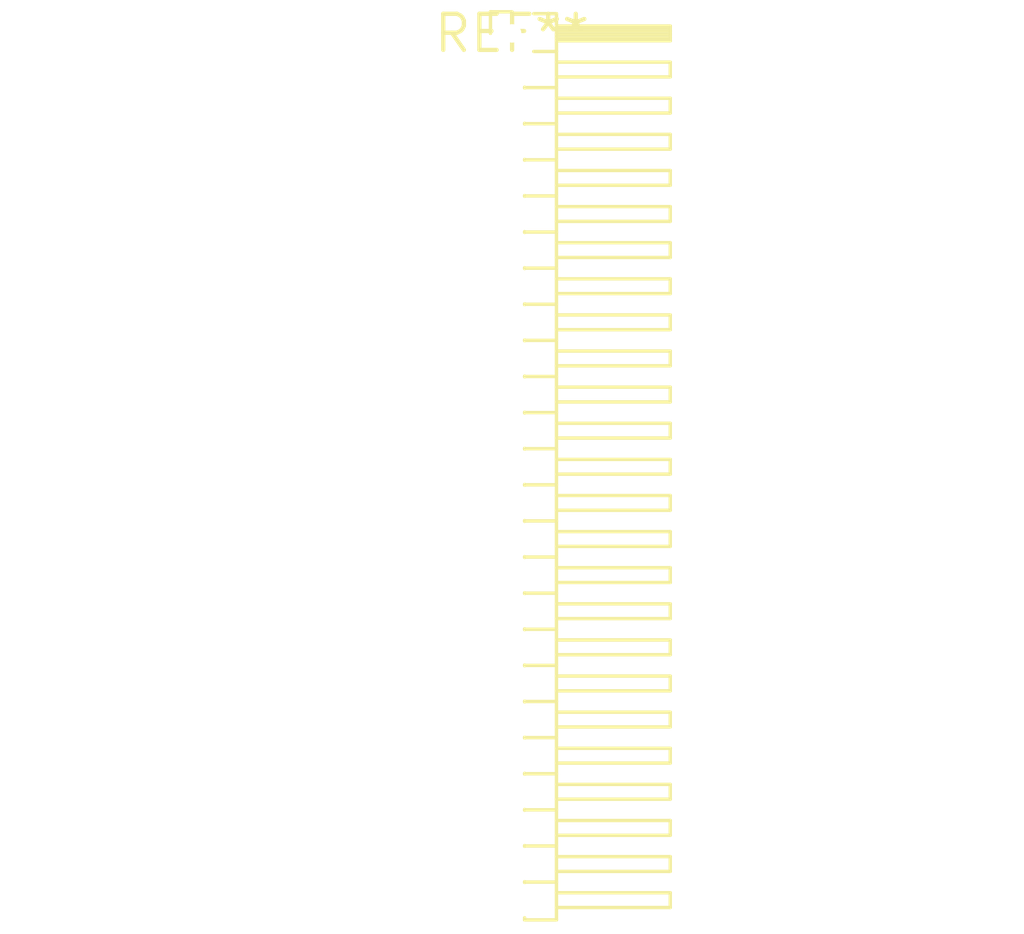
<source format=kicad_pcb>
(kicad_pcb (version 20240108) (generator pcbnew)
  (layers (0 "F.Cu" signal) (31 "B.Cu" signal) (34 "B.Paste" user) (35 "F.Paste" user) (36 "B.SilkS" user "B.Silkscreen") (37 "F.SilkS" user "F.Silkscreen") (38 "B.Mask" user) (39 "F.Mask" user) (44 "Edge.Cuts" user))
  (net 0 "")
  (footprint "PinHeader_1x25_P1.27mm_Horizontal" (layer "F.Cu") (at 0 0)
    (property "Reference" "REF**")
    (property "Value" "PinHeader_1x25_P1.27mm_Horizontal")
    (fp_line (start -0.76 -0.76) (end 0 -0.76) (layer "F.SilkS") (stroke (width 0.12)))
    (fp_line (start -0.76 0) (end -0.76 -0.76) (layer "F.SilkS") (stroke (width 0.12)))
    (fp_line (start 0.44 1.889677) (end 0.44 1.920323) (layer "F.SilkS") (stroke (width 0.12)))
    (fp_line (start 0.44 1.905) (end 1.56 1.905) (layer "F.SilkS") (stroke (width 0.12)))
    (fp_line (start 0.44 3.159677) (end 0.44 3.190323) (layer "F.SilkS") (stroke (width 0.12)))
    (fp_line (start 0.44 3.175) (end 1.56 3.175) (layer "F.SilkS") (stroke (width 0.12)))
    (fp_line (start 0.44 4.429677) (end 0.44 4.460323) (layer "F.SilkS") (stroke (width 0.12)))
    (fp_line (start 0.44 4.445) (end 1.56 4.445) (layer "F.SilkS") (stroke (width 0.12)))
    (fp_line (start 0.44 5.699677) (end 0.44 5.730323) (layer "F.SilkS") (stroke (width 0.12)))
    (fp_line (start 0.44 5.715) (end 1.56 5.715) (layer "F.SilkS") (stroke (width 0.12)))
    (fp_line (start 0.44 6.969677) (end 0.44 7.000323) (layer "F.SilkS") (stroke (width 0.12)))
    (fp_line (start 0.44 6.985) (end 1.56 6.985) (layer "F.SilkS") (stroke (width 0.12)))
    (fp_line (start 0.44 8.239677) (end 0.44 8.270323) (layer "F.SilkS") (stroke (width 0.12)))
    (fp_line (start 0.44 8.255) (end 1.56 8.255) (layer "F.SilkS") (stroke (width 0.12)))
    (fp_line (start 0.44 9.509677) (end 0.44 9.540323) (layer "F.SilkS") (stroke (width 0.12)))
    (fp_line (start 0.44 9.525) (end 1.56 9.525) (layer "F.SilkS") (stroke (width 0.12)))
    (fp_line (start 0.44 10.779677) (end 0.44 10.810323) (layer "F.SilkS") (stroke (width 0.12)))
    (fp_line (start 0.44 10.795) (end 1.56 10.795) (layer "F.SilkS") (stroke (width 0.12)))
    (fp_line (start 0.44 12.049677) (end 0.44 12.080323) (layer "F.SilkS") (stroke (width 0.12)))
    (fp_line (start 0.44 12.065) (end 1.56 12.065) (layer "F.SilkS") (stroke (width 0.12)))
    (fp_line (start 0.44 13.319677) (end 0.44 13.350323) (layer "F.SilkS") (stroke (width 0.12)))
    (fp_line (start 0.44 13.335) (end 1.56 13.335) (layer "F.SilkS") (stroke (width 0.12)))
    (fp_line (start 0.44 14.589677) (end 0.44 14.620323) (layer "F.SilkS") (stroke (width 0.12)))
    (fp_line (start 0.44 14.605) (end 1.56 14.605) (layer "F.SilkS") (stroke (width 0.12)))
    (fp_line (start 0.44 15.859677) (end 0.44 15.890323) (layer "F.SilkS") (stroke (width 0.12)))
    (fp_line (start 0.44 15.875) (end 1.56 15.875) (layer "F.SilkS") (stroke (width 0.12)))
    (fp_line (start 0.44 17.129677) (end 0.44 17.160323) (layer "F.SilkS") (stroke (width 0.12)))
    (fp_line (start 0.44 17.145) (end 1.56 17.145) (layer "F.SilkS") (stroke (width 0.12)))
    (fp_line (start 0.44 18.399677) (end 0.44 18.430323) (layer "F.SilkS") (stroke (width 0.12)))
    (fp_line (start 0.44 18.415) (end 1.56 18.415) (layer "F.SilkS") (stroke (width 0.12)))
    (fp_line (start 0.44 19.669677) (end 0.44 19.700323) (layer "F.SilkS") (stroke (width 0.12)))
    (fp_line (start 0.44 19.685) (end 1.56 19.685) (layer "F.SilkS") (stroke (width 0.12)))
    (fp_line (start 0.44 20.939677) (end 0.44 20.970323) (layer "F.SilkS") (stroke (width 0.12)))
    (fp_line (start 0.44 20.955) (end 1.56 20.955) (layer "F.SilkS") (stroke (width 0.12)))
    (fp_line (start 0.44 22.209677) (end 0.44 22.240323) (layer "F.SilkS") (stroke (width 0.12)))
    (fp_line (start 0.44 22.225) (end 1.56 22.225) (layer "F.SilkS") (stroke (width 0.12)))
    (fp_line (start 0.44 23.479677) (end 0.44 23.510323) (layer "F.SilkS") (stroke (width 0.12)))
    (fp_line (start 0.44 23.495) (end 1.56 23.495) (layer "F.SilkS") (stroke (width 0.12)))
    (fp_line (start 0.44 24.749677) (end 0.44 24.780323) (layer "F.SilkS") (stroke (width 0.12)))
    (fp_line (start 0.44 24.765) (end 1.56 24.765) (layer "F.SilkS") (stroke (width 0.12)))
    (fp_line (start 0.44 26.019677) (end 0.44 26.050323) (layer "F.SilkS") (stroke (width 0.12)))
    (fp_line (start 0.44 26.035) (end 1.56 26.035) (layer "F.SilkS") (stroke (width 0.12)))
    (fp_line (start 0.44 27.289677) (end 0.44 27.320323) (layer "F.SilkS") (stroke (width 0.12)))
    (fp_line (start 0.44 27.305) (end 1.56 27.305) (layer "F.SilkS") (stroke (width 0.12)))
    (fp_line (start 0.44 28.559677) (end 0.44 28.590323) (layer "F.SilkS") (stroke (width 0.12)))
    (fp_line (start 0.44 28.575) (end 1.56 28.575) (layer "F.SilkS") (stroke (width 0.12)))
    (fp_line (start 0.44 29.829677) (end 0.44 29.860323) (layer "F.SilkS") (stroke (width 0.12)))
    (fp_line (start 0.44 29.845) (end 1.56 29.845) (layer "F.SilkS") (stroke (width 0.12)))
    (fp_line (start 0.44 31.175) (end 0.44 31.099677) (layer "F.SilkS") (stroke (width 0.12)))
    (fp_line (start 0.76 -0.695) (end 1.56 -0.695) (layer "F.SilkS") (stroke (width 0.12)))
    (fp_line (start 0.76 0.635) (end 1.56 0.635) (layer "F.SilkS") (stroke (width 0.12)))
    (fp_line (start 1.56 -0.695) (end 1.56 31.175) (layer "F.SilkS") (stroke (width 0.12)))
    (fp_line (start 1.56 -0.26) (end 5.56 -0.26) (layer "F.SilkS") (stroke (width 0.12)))
    (fp_line (start 1.56 -0.2) (end 5.56 -0.2) (layer "F.SilkS") (stroke (width 0.12)))
    (fp_line (start 1.56 -0.08) (end 5.56 -0.08) (layer "F.SilkS") (stroke (width 0.12)))
    (fp_line (start 1.56 0.04) (end 5.56 0.04) (layer "F.SilkS") (stroke (width 0.12)))
    (fp_line (start 1.56 0.16) (end 5.56 0.16) (layer "F.SilkS") (stroke (width 0.12)))
    (fp_line (start 1.56 1.01) (end 5.56 1.01) (layer "F.SilkS") (stroke (width 0.12)))
    (fp_line (start 1.56 2.28) (end 5.56 2.28) (layer "F.SilkS") (stroke (width 0.12)))
    (fp_line (start 1.56 3.55) (end 5.56 3.55) (layer "F.SilkS") (stroke (width 0.12)))
    (fp_line (start 1.56 4.82) (end 5.56 4.82) (layer "F.SilkS") (stroke (width 0.12)))
    (fp_line (start 1.56 6.09) (end 5.56 6.09) (layer "F.SilkS") (stroke (width 0.12)))
    (fp_line (start 1.56 7.36) (end 5.56 7.36) (layer "F.SilkS") (stroke (width 0.12)))
    (fp_line (start 1.56 8.63) (end 5.56 8.63) (layer "F.SilkS") (stroke (width 0.12)))
    (fp_line (start 1.56 9.9) (end 5.56 9.9) (layer "F.SilkS") (stroke (width 0.12)))
    (fp_line (start 1.56 11.17) (end 5.56 11.17) (layer "F.SilkS") (stroke (width 0.12)))
    (fp_line (start 1.56 12.44) (end 5.56 12.44) (layer "F.SilkS") (stroke (width 0.12)))
    (fp_line (start 1.56 13.71) (end 5.56 13.71) (layer "F.SilkS") (stroke (width 0.12)))
    (fp_line (start 1.56 14.98) (end 5.56 14.98) (layer "F.SilkS") (stroke (width 0.12)))
    (fp_line (start 1.56 16.25) (end 5.56 16.25) (layer "F.SilkS") (stroke (width 0.12)))
    (fp_line (start 1.56 17.52) (end 5.56 17.52) (layer "F.SilkS") (stroke (width 0.12)))
    (fp_line (start 1.56 18.79) (end 5.56 18.79) (layer "F.SilkS") (stroke (width 0.12)))
    (fp_line (start 1.56 20.06) (end 5.56 20.06) (layer "F.SilkS") (stroke (width 0.12)))
    (fp_line (start 1.56 21.33) (end 5.56 21.33) (layer "F.SilkS") (stroke (width 0.12)))
    (fp_line (start 1.56 22.6) (end 5.56 22.6) (layer "F.SilkS") (stroke (width 0.12)))
    (fp_line (start 1.56 23.87) (end 5.56 23.87) (layer "F.SilkS") (stroke (width 0.12)))
    (fp_line (start 1.56 25.14) (end 5.56 25.14) (layer "F.SilkS") (stroke (width 0.12)))
    (fp_line (start 1.56 26.41) (end 5.56 26.41) (layer "F.SilkS") (stroke (width 0.12)))
    (fp_line (start 1.56 27.68) (end 5.56 27.68) (layer "F.SilkS") (stroke (width 0.12)))
    (fp_line (start 1.56 28.95) (end 5.56 28.95) (layer "F.SilkS") (stroke (width 0.12)))
    (fp_line (start 1.56 30.22) (end 5.56 30.22) (layer "F.SilkS") (stroke (width 0.12)))
    (fp_line (start 1.56 31.175) (end 0.44 31.175) (layer "F.SilkS") (stroke (width 0.12)))
    (fp_line (start 5.56 -0.26) (end 5.56 0.26) (layer "F.SilkS") (stroke (width 0.12)))
    (fp_line (start 5.56 0.26) (end 1.56 0.26) (layer "F.SilkS") (stroke (width 0.12)))
    (fp_line (start 5.56 1.01) (end 5.56 1.53) (layer "F.SilkS") (stroke (width 0.12)))
    (fp_line (start 5.56 1.53) (end 1.56 1.53) (layer "F.SilkS") (stroke (width 0.12)))
    (fp_line (start 5.56 2.28) (end 5.56 2.8) (layer "F.SilkS") (stroke (width 0.12)))
    (fp_line (start 5.56 2.8) (end 1.56 2.8) (layer "F.SilkS") (stroke (width 0.12)))
    (fp_line (start 5.56 3.55) (end 5.56 4.07) (layer "F.SilkS") (stroke (width 0.12)))
    (fp_line (start 5.56 4.07) (end 1.56 4.07) (layer "F.SilkS") (stroke (width 0.12)))
    (fp_line (start 5.56 4.82) (end 5.56 5.34) (layer "F.SilkS") (stroke (width 0.12)))
    (fp_line (start 5.56 5.34) (end 1.56 5.34) (layer "F.SilkS") (stroke (width 0.12)))
    (fp_line (start 5.56 6.09) (end 5.56 6.61) (layer "F.SilkS") (stroke (width 0.12)))
    (fp_line (start 5.56 6.61) (end 1.56 6.61) (layer "F.SilkS") (stroke (width 0.12)))
    (fp_line (start 5.56 7.36) (end 5.56 7.88) (layer "F.SilkS") (stroke (width 0.12)))
    (fp_line (start 5.56 7.88) (end 1.56 7.88) (layer "F.SilkS") (stroke (width 0.12)))
    (fp_line (start 5.56 8.63) (end 5.56 9.15) (layer "F.SilkS") (stroke (width 0.12)))
    (fp_line (start 5.56 9.15) (end 1.56 9.15) (layer "F.SilkS") (stroke (width 0.12)))
    (fp_line (start 5.56 9.9) (end 5.56 10.42) (layer "F.SilkS") (stroke (width 0.12)))
    (fp_line (start 5.56 10.42) (end 1.56 10.42) (layer "F.SilkS") (stroke (width 0.12)))
    (fp_line (start 5.56 11.17) (end 5.56 11.69) (layer "F.SilkS") (stroke (width 0.12)))
    (fp_line (start 5.56 11.69) (end 1.56 11.69) (layer "F.SilkS") (stroke (width 0.12)))
    (fp_line (start 5.56 12.44) (end 5.56 12.96) (layer "F.SilkS") (stroke (width 0.12)))
    (fp_line (start 5.56 12.96) (end 1.56 12.96) (layer "F.SilkS") (stroke (width 0.12)))
    (fp_line (start 5.56 13.71) (end 5.56 14.23) (layer "F.SilkS") (stroke (width 0.12)))
    (fp_line (start 5.56 14.23) (end 1.56 14.23) (layer "F.SilkS") (stroke (width 0.12)))
    (fp_line (start 5.56 14.98) (end 5.56 15.5) (layer "F.SilkS") (stroke (width 0.12)))
    (fp_line (start 5.56 15.5) (end 1.56 15.5) (layer "F.SilkS") (stroke (width 0.12)))
    (fp_line (start 5.56 16.25) (end 5.56 16.77) (layer "F.SilkS") (stroke (width 0.12)))
    (fp_line (start 5.56 16.77) (end 1.56 16.77) (layer "F.SilkS") (stroke (width 0.12)))
    (fp_line (start 5.56 17.52) (end 5.56 18.04) (layer "F.SilkS") (stroke (width 0.12)))
    (fp_line (start 5.56 18.04) (end 1.56 18.04) (layer "F.SilkS") (stroke (width 0.12)))
    (fp_line (start 5.56 18.79) (end 5.56 19.31) (layer "F.SilkS") (stroke (width 0.12)))
    (fp_line (start 5.56 19.31) (end 1.56 19.31) (layer "F.SilkS") (stroke (width 0.12)))
    (fp_line (start 5.56 20.06) (end 5.56 20.58) (layer "F.SilkS") (stroke (width 0.12)))
    (fp_line (start 5.56 20.58) (end 1.56 20.58) (layer "F.SilkS") (stroke (width 0.12)))
    (fp_line (start 5.56 21.33) (end 5.56 21.85) (layer "F.SilkS") (stroke (width 0.12)))
    (fp_line (start 5.56 21.85) (end 1.56 21.85) (layer "F.SilkS") (stroke (width 0.12)))
    (fp_line (start 5.56 22.6) (end 5.56 23.12) (layer "F.SilkS") (stroke (width 0.12)))
    (fp_line (start 5.56 23.12) (end 1.56 23.12) (layer "F.SilkS") (stroke (width 0.12)))
    (fp_line (start 5.56 23.87) (end 5.56 24.39) (layer "F.SilkS") (stroke (width 0.12)))
    (fp_line (start 5.56 24.39) (end 1.56 24.39) (layer "F.SilkS") (stroke (width 0.12)))
    (fp_line (start 5.56 25.14) (end 5.56 25.66) (layer "F.SilkS") (stroke (width 0.12)))
    (fp_line (start 5.56 25.66) (end 1.56 25.66) (layer "F.SilkS") (stroke (width 0.12)))
    (fp_line (start 5.56 26.41) (end 5.56 26.93) (layer "F.SilkS") (stroke (width 0.12)))
    (fp_line (start 5.56 26.93) (end 1.56 26.93) (layer "F.SilkS") (stroke (width 0.12)))
    (fp_line (start 5.56 27.68) (end 5.56 28.2) (layer "F.SilkS") (stroke (width 0.12)))
    (fp_line (start 5.56 28.2) (end 1.56 28.2) (layer "F.SilkS") (stroke (width 0.12)))
    (fp_line (start 5.56 28.95) (end 5.56 29.47) (layer "F.SilkS") (stroke (width 0.12)))
    (fp_line (start 5.56 29.47) (end 1.56 29.47) (layer "F.SilkS") (stroke (width 0.12)))
    (fp_line (start 5.56 30.22) (end 5.56 30.74) (layer "F.SilkS") (stroke (width 0.12)))
    (fp_line (start 5.56 30.74) (end 1.56 30.74) (layer "F.SilkS") (stroke (width 0.12)))
    (pad "1" thru_hole rect (at 0 0) (size 1 1) (drill 0.65) (layers *.Cu *.Mask) (remove_unused_layers))
    (pad "2" thru_hole oval (at 0 1.27) (size 1 1) (drill 0.65) (layers *.Cu *.Mask) (remove_unused_layers))
    (pad "3" thru_hole oval (at 0 2.54) (size 1 1) (drill 0.65) (layers *.Cu *.Mask) (remove_unused_layers))
    (pad "4" thru_hole oval (at 0 3.81) (size 1 1) (drill 0.65) (layers *.Cu *.Mask) (remove_unused_layers))
    (pad "5" thru_hole oval (at 0 5.08) (size 1 1) (drill 0.65) (layers *.Cu *.Mask) (remove_unused_layers))
    (pad "6" thru_hole oval (at 0 6.35) (size 1 1) (drill 0.65) (layers *.Cu *.Mask) (remove_unused_layers))
    (pad "7" thru_hole oval (at 0 7.62) (size 1 1) (drill 0.65) (layers *.Cu *.Mask) (remove_unused_layers))
    (pad "8" thru_hole oval (at 0 8.89) (size 1 1) (drill 0.65) (layers *.Cu *.Mask) (remove_unused_layers))
    (pad "9" thru_hole oval (at 0 10.16) (size 1 1) (drill 0.65) (layers *.Cu *.Mask) (remove_unused_layers))
    (pad "10" thru_hole oval (at 0 11.43) (size 1 1) (drill 0.65) (layers *.Cu *.Mask) (remove_unused_layers))
    (pad "11" thru_hole oval (at 0 12.7) (size 1 1) (drill 0.65) (layers *.Cu *.Mask) (remove_unused_layers))
    (pad "12" thru_hole oval (at 0 13.97) (size 1 1) (drill 0.65) (layers *.Cu *.Mask) (remove_unused_layers))
    (pad "13" thru_hole oval (at 0 15.24) (size 1 1) (drill 0.65) (layers *.Cu *.Mask) (remove_unused_layers))
    (pad "14" thru_hole oval (at 0 16.51) (size 1 1) (drill 0.65) (layers *.Cu *.Mask) (remove_unused_layers))
    (pad "15" thru_hole oval (at 0 17.78) (size 1 1) (drill 0.65) (layers *.Cu *.Mask) (remove_unused_layers))
    (pad "16" thru_hole oval (at 0 19.05) (size 1 1) (drill 0.65) (layers *.Cu *.Mask) (remove_unused_layers))
    (pad "17" thru_hole oval (at 0 20.32) (size 1 1) (drill 0.65) (layers *.Cu *.Mask) (remove_unused_layers))
    (pad "18" thru_hole oval (at 0 21.59) (size 1 1) (drill 0.65) (layers *.Cu *.Mask) (remove_unused_layers))
    (pad "19" thru_hole oval (at 0 22.86) (size 1 1) (drill 0.65) (layers *.Cu *.Mask) (remove_unused_layers))
    (pad "20" thru_hole oval (at 0 24.13) (size 1 1) (drill 0.65) (layers *.Cu *.Mask) (remove_unused_layers))
    (pad "21" thru_hole oval (at 0 25.4) (size 1 1) (drill 0.65) (layers *.Cu *.Mask) (remove_unused_layers))
    (pad "22" thru_hole oval (at 0 26.67) (size 1 1) (drill 0.65) (layers *.Cu *.Mask) (remove_unused_layers))
    (pad "23" thru_hole oval (at 0 27.94) (size 1 1) (drill 0.65) (layers *.Cu *.Mask) (remove_unused_layers))
    (pad "24" thru_hole oval (at 0 29.21) (size 1 1) (drill 0.65) (layers *.Cu *.Mask) (remove_unused_layers))
    (pad "25" thru_hole oval (at 0 30.48) (size 1 1) (drill 0.65) (layers *.Cu *.Mask) (remove_unused_layers))
  )
)
</source>
